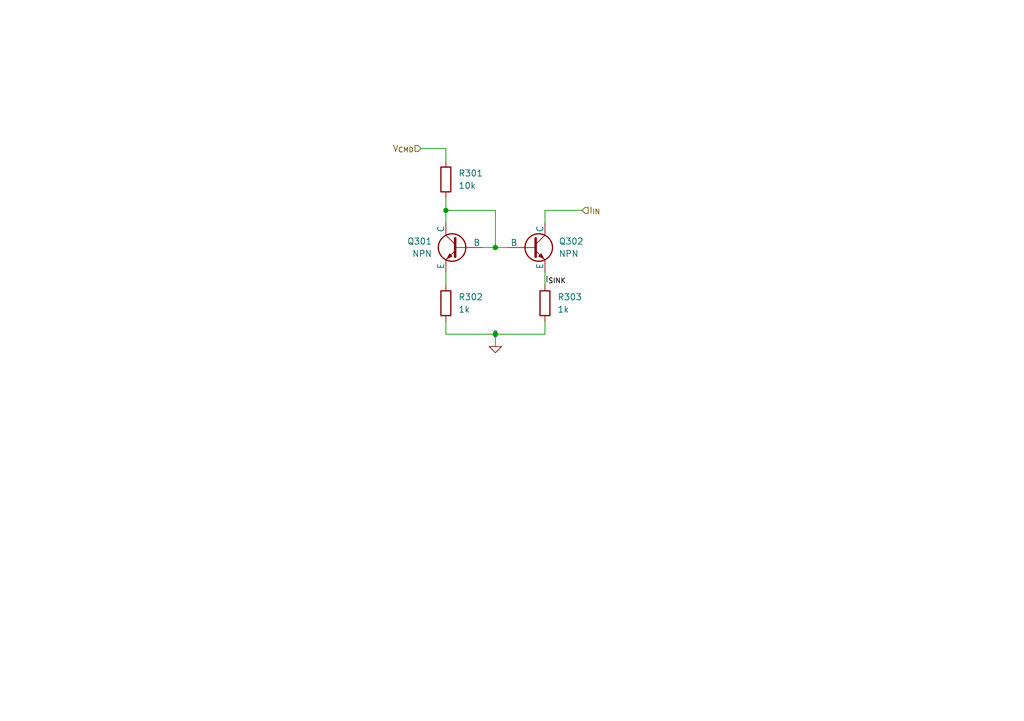
<source format=kicad_sch>
(kicad_sch (version 20231120) (generator "eeschema") (generator_version "8.0")
  (paper "A5")
  (lib_symbols
    (symbol "Device:R" (pin_numbers hide) (pin_names (offset 0))
      (property "Reference" "R" (at 2.032 0 90))
      (property "Value" "R" (at 0 0 90))
      (symbol "R_0_1"
        (rectangle (start -1.016 -2.54) (end 1.016 2.54) (stroke (width 0.254)))
      )
      (symbol "R_1_1"
        (pin passive line (at 0 3.81 270) (length 1.27) (name "~") (number "1"))
        (pin passive line (at 0 -3.81 90) (length 1.27) (name "~") (number "2"))
      )
    )
    (symbol "Simulation_SPICE:0" (power) (pin_numbers hide) (pin_names (offset 0) hide)
      (property "Value" "0" (at 0 -2.54 0))
      (symbol "0_0_1"
        (polyline (pts (xy -1.27 0) (xy 0 -1.27) (xy 1.27 0) (xy -1.27 0)))
      )
      (symbol "0_1_1"
        (pin power_in line (at 0 0 0) (length 0) (name "~") (number "1"))
      )
    )
    (symbol "Simulation_SPICE:NPN" (pin_numbers hide) (pin_names (offset 0))
      (property "Reference" "Q" (at -2.54 7.62 0))
      (property "Value" "NPN" (at -2.54 5.08 0))
      (symbol "NPN_0_1"
        (polyline (pts (xy -2.54 0) (xy 0.635 0)) (stroke (width 0.1524)))
        (polyline (pts (xy 0.635 0.635) (xy 2.54 2.54)))
        (polyline (pts (xy 2.794 -1.27) (xy 2.794 -1.27)) (stroke (width 0.1524)))
        (polyline (pts (xy 2.794 -1.27) (xy 2.794 -1.27)) (stroke (width 0.1524)))
        (polyline (pts (xy 0.635 -0.635) (xy 2.54 -2.54) (xy 2.54 -2.54)))
        (polyline (pts (xy 0.635 1.905) (xy 0.635 -1.905) (xy 0.635 -1.905)) (stroke (width 0.508)))
        (polyline (pts (xy 1.27 -1.778) (xy 1.778 -1.27) (xy 2.286 -2.286) (xy 1.27 -1.778) (xy 1.27 -1.778)) (fill (type outline)))
        (circle (center 1.27 0) (radius 2.8194) (stroke (width 0.254)))
      )
      (symbol "NPN_1_1"
        (pin open_collector line (at 2.54 5.08 270) (length 2.54) (name "C") (number "1"))
        (pin input line (at -5.08 0 0) (length 2.54) (name "B") (number "2"))
        (pin open_emitter line (at 2.54 -5.08 90) (length 2.54) (name "E") (number "3"))
      )
    )
  )
  (junction (at 91.44 43.18))
  (junction (at 101.6 68.58))
  (junction (at 101.6 50.8))
  (wire (pts (xy 101.6 50.8) (xy 104.14 50.8)))
  (wire (pts (xy 111.76 68.58) (xy 101.6 68.58)))
  (wire (pts (xy 101.6 68.58) (xy 101.6 71.12)))
  (wire (pts (xy 91.44 33.02) (xy 91.44 30.48)))
  (wire (pts (xy 91.44 55.88) (xy 91.44 58.42)))
  (wire (pts (xy 91.44 45.72) (xy 91.44 43.18)))
  (wire (pts (xy 111.76 45.72) (xy 111.76 43.18)))
  (wire (pts (xy 101.6 43.18) (xy 101.6 50.8)))
  (wire (pts (xy 91.44 40.64) (xy 91.44 43.18)))
  (wire (pts (xy 111.76 55.88) (xy 111.76 58.42)))
  (wire (pts (xy 111.76 43.18) (xy 119.38 43.18)))
  (wire (pts (xy 86.36 30.48) (xy 91.44 30.48)))
  (wire (pts (xy 101.6 50.8) (xy 99.06 50.8)))
  (wire (pts (xy 91.44 68.58) (xy 91.44 66.04)))
  (wire (pts (xy 101.6 68.58) (xy 91.44 68.58)))
  (wire (pts (xy 91.44 43.18) (xy 101.6 43.18)))
  (wire (pts (xy 111.76 66.04) (xy 111.76 68.58)))
  (label "I_{SINK}" (at 111.76 58.42 0))
  (hierarchical_label "I_{IN}" (shape input) (at 119.38 43.18 0) (effects (font (size 1.25 1.25))))
  (hierarchical_label "V_{CMD}" (shape input) (at 86.36 30.48 180) (effects (font (size 1.25 1.25))))
  (symbol (lib_id "Simulation_SPICE:NPN") (at 93.98 50.8 0) (mirror y) (unit 1)
    (property "Reference" "Q301" (at 88.646 49.5299 0) (effects (justify left)))
    (property "Value" "NPN" (at 88.646 52.0699 0) (effects (justify left)))
    (property "Datasheet" "https://ngspice.sourceforge.io/docs/ngspice-html-manual/manual.xhtml#cha_BJTs" (effects (hide yes)))
    (property "Description" "Bipolar transistor symbol for simulation only, substrate tied to the emitter" (effects (hide yes)))
    (property "Sim.Device" "NPN" (effects (hide yes)))
    (property "Sim.Type" "GUMMELPOON" (effects (hide yes)))
    (property "Sim.Pins" "1=C 2=B 3=E" (effects (hide yes)))
    (property "Sim.Params" "vbe_max=6 vbc_max=75 vce_max=40 pd_max=250m ic_max=600m ib_max=200m te_max=150" (effects (hide yes)))
  )
  (symbol (lib_id "Simulation_SPICE:NPN") (at 109.22 50.8 0) (unit 1)
    (property "Reference" "Q302" (at 114.554 49.5299 0) (effects (justify left)))
    (property "Value" "NPN" (at 114.554 52.0699 0) (effects (justify left)))
    (property "Datasheet" "https://ngspice.sourceforge.io/docs/ngspice-html-manual/manual.xhtml#cha_BJTs" (effects (hide yes)))
    (property "Description" "Bipolar transistor symbol for simulation only, substrate tied to the emitter" (effects (hide yes)))
    (property "Sim.Device" "NPN" (effects (hide yes)))
    (property "Sim.Type" "GUMMELPOON" (effects (hide yes)))
    (property "Sim.Pins" "1=C 2=B 3=E" (effects (hide yes)))
    (property "Sim.Params" "vbe_max=6 vbc_max=75 vce_max=40 pd_max=250m ic_max=600m ib_max=200m te_max=150" (effects (hide yes)))
  )
  (symbol (lib_id "Device:R") (at 111.76 62.23 0) (unit 1)
    (property "Reference" "R303" (at 114.3 60.9599 0) (effects (justify left)))
    (property "Value" "1k" (at 114.3 63.4999 0) (effects (justify left)))
    (property "Description" "Resistor" (effects (hide yes)))
  )
  (symbol (lib_id "Device:R") (at 91.44 36.83 0) (unit 1)
    (property "Reference" "R301" (at 93.98 35.5599 0) (effects (justify left)))
    (property "Value" "10k" (at 93.98 38.0999 0) (effects (justify left)))
    (property "Description" "Resistor" (effects (hide yes)))
  )
  (symbol (lib_id "Simulation_SPICE:0") (at 101.6 71.12 0) (unit 1)
    (property "Reference" "#GND0301" (effects (hide yes)))
    (property "Value" "0" (at 101.6 68.58 0))
    (property "Datasheet" "https://ngspice.sourceforge.io/docs/ngspice-html-manual/manual.xhtml#subsec_Circuit_elements__device" (effects (hide yes)))
    (property "Description" "0V reference potential for simulation" (effects (hide yes)))
  )
  (symbol (lib_id "Device:R") (at 91.44 62.23 0) (unit 1)
    (property "Reference" "R302" (at 93.98 60.9599 0) (effects (justify left)))
    (property "Value" "1k" (at 93.98 63.4999 0) (effects (justify left)))
    (property "Description" "Resistor" (effects (hide yes)))
  )
)
</source>
